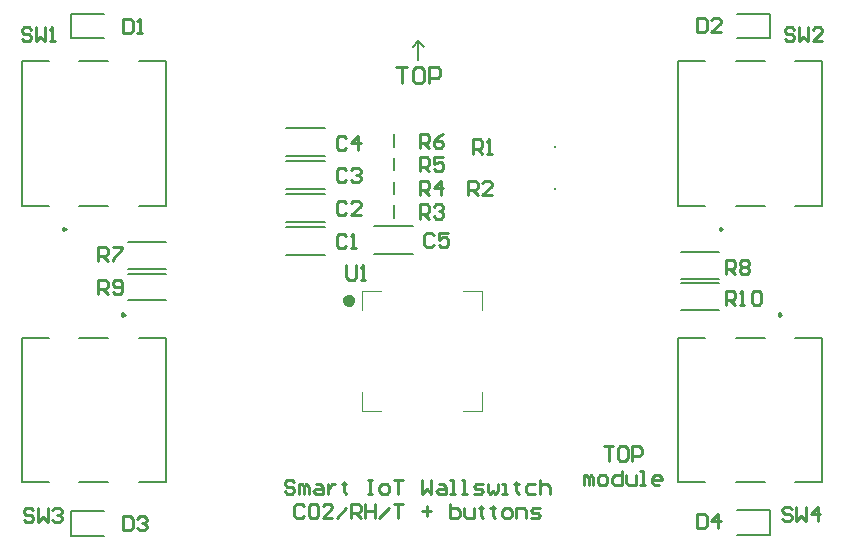
<source format=gto>
G04*
G04 #@! TF.GenerationSoftware,Altium Limited,Altium Designer,22.3.1 (43)*
G04*
G04 Layer_Color=65535*
%FSLAX25Y25*%
%MOIN*%
G70*
G04*
G04 #@! TF.SameCoordinates,0A308F34-88F0-47DF-8954-E72232A12325*
G04*
G04*
G04 #@! TF.FilePolarity,Positive*
G04*
G01*
G75*
%ADD10C,0.00984*%
%ADD11C,0.00787*%
%ADD12C,0.00787*%
%ADD13C,0.00394*%
%ADD14C,0.01000*%
G36*
X113583Y82874D02*
X113191D01*
X112468Y83174D01*
X111914Y83727D01*
X111614Y84451D01*
Y84842D01*
Y85234D01*
X111914Y85958D01*
X112468Y86511D01*
X113191Y86811D01*
X113583D01*
X113974D01*
X114698Y86511D01*
X115252Y85958D01*
X115551Y85234D01*
Y84842D01*
Y84451D01*
X115252Y83727D01*
X114698Y83174D01*
X113974Y82874D01*
X113583D01*
D01*
D02*
G37*
D10*
X257579Y80216D02*
X256841Y80643D01*
Y79790D01*
X257579Y80216D01*
X237894Y108760D02*
X237156Y109186D01*
Y108334D01*
X237894Y108760D01*
X38681Y80216D02*
X37943Y80643D01*
Y79790D01*
X38681Y80216D01*
X18996Y108760D02*
X18258Y109186D01*
Y108334D01*
X18996Y108760D01*
D11*
X181988Y122047D02*
D03*
Y136221D02*
D03*
D12*
X121838Y100480D02*
X134855D01*
X121838Y109756D02*
X134855D01*
X242913Y172244D02*
X253937D01*
Y180512D01*
X242913D02*
X253937D01*
X242913Y6890D02*
X253937D01*
Y15157D01*
X242913D02*
X253937D01*
X271260Y24409D02*
Y72441D01*
X223228Y24409D02*
X232283D01*
X242520D02*
X251969D01*
X262205D02*
X271260D01*
X223228D02*
Y72441D01*
X232283D01*
X242520D02*
X251969D01*
X262205D02*
X271260D01*
X20866Y14764D02*
X31890D01*
X20866Y6496D02*
Y14764D01*
Y6496D02*
X31890D01*
X20866Y180512D02*
X31890D01*
X20866Y172244D02*
Y180512D01*
Y172244D02*
X31890D01*
X223992Y90674D02*
X236638D01*
X223992Y81767D02*
X236638D01*
X223992Y100910D02*
X236638D01*
X223992Y92004D02*
X236638D01*
X39740Y95547D02*
X52386D01*
X39740Y104453D02*
X52386D01*
X39740Y84917D02*
X52386D01*
X39740Y93823D02*
X52386D01*
X136614Y164961D02*
Y171260D01*
X138583Y169291D01*
X134646D02*
X136614Y171260D01*
X128347Y136122D02*
Y140256D01*
Y128248D02*
Y132382D01*
Y120374D02*
Y124508D01*
Y112500D02*
Y116634D01*
X92311Y133157D02*
X105327D01*
X92311Y142434D02*
X105327D01*
X92311Y122134D02*
X105327D01*
X92311Y131410D02*
X105327D01*
X92311Y111110D02*
X105327D01*
X92311Y120386D02*
X105327D01*
X92314Y100086D02*
X105330D01*
X92314Y109363D02*
X105330D01*
X223228Y116535D02*
X232283D01*
X242520D02*
X251969D01*
X262205D02*
X271260D01*
Y164567D01*
X223228D02*
X232283D01*
X242520D02*
X251969D01*
X262205D02*
X271260D01*
X223228Y116535D02*
Y164567D01*
X43307Y72441D02*
X52362D01*
X23622D02*
X33071D01*
X4331D02*
X13386D01*
X4331Y24409D02*
Y72441D01*
X43307Y24409D02*
X52362D01*
X23622D02*
X33071D01*
X4331D02*
X13386D01*
X52362D02*
Y72441D01*
X4331Y116535D02*
X13386D01*
X23622D02*
X33071D01*
X43307D02*
X52362D01*
Y164567D01*
X4331D02*
X13386D01*
X23622D02*
X33071D01*
X43307D02*
X52362D01*
X4331Y116535D02*
Y164567D01*
D13*
X157874Y48031D02*
Y54331D01*
X151575Y48031D02*
X157874D01*
X117717D02*
X124016D01*
X117717D02*
Y54331D01*
Y81890D02*
Y88189D01*
X124016D01*
X157874Y81890D02*
Y88189D01*
X151575D02*
X157874D01*
D14*
X198427Y36231D02*
X201576D01*
X200002D01*
Y31508D01*
X205512Y36231D02*
X203937D01*
X203150Y35444D01*
Y32296D01*
X203937Y31508D01*
X205512D01*
X206299Y32296D01*
Y35444D01*
X205512Y36231D01*
X207873Y31508D02*
Y36231D01*
X210234D01*
X211022Y35444D01*
Y33870D01*
X210234Y33083D01*
X207873D01*
X191736Y23441D02*
Y26590D01*
X192524D01*
X193311Y25802D01*
Y23441D01*
Y25802D01*
X194098Y26590D01*
X194885Y25802D01*
Y23441D01*
X197247D02*
X198821D01*
X199608Y24228D01*
Y25802D01*
X198821Y26590D01*
X197247D01*
X196459Y25802D01*
Y24228D01*
X197247Y23441D01*
X204331Y28164D02*
Y23441D01*
X201969D01*
X201182Y24228D01*
Y25802D01*
X201969Y26590D01*
X204331D01*
X205905D02*
Y24228D01*
X206692Y23441D01*
X209054D01*
Y26590D01*
X210628Y23441D02*
X212202D01*
X211415D01*
Y28164D01*
X210628D01*
X216925Y23441D02*
X215351D01*
X214564Y24228D01*
Y25802D01*
X215351Y26590D01*
X216925D01*
X217712Y25802D01*
Y25015D01*
X214564D01*
X95289Y24420D02*
X94502Y25208D01*
X92927D01*
X92140Y24420D01*
Y23633D01*
X92927Y22846D01*
X94502D01*
X95289Y22059D01*
Y21272D01*
X94502Y20485D01*
X92927D01*
X92140Y21272D01*
X96863Y20485D02*
Y23633D01*
X97650D01*
X98437Y22846D01*
Y20485D01*
Y22846D01*
X99225Y23633D01*
X100012Y22846D01*
Y20485D01*
X102373Y23633D02*
X103947D01*
X104735Y22846D01*
Y20485D01*
X102373D01*
X101586Y21272D01*
X102373Y22059D01*
X104735D01*
X106309Y23633D02*
Y20485D01*
Y22059D01*
X107096Y22846D01*
X107883Y23633D01*
X108670D01*
X111819Y24420D02*
Y23633D01*
X111032D01*
X112606D01*
X111819D01*
Y21272D01*
X112606Y20485D01*
X119690Y25208D02*
X121265D01*
X120477D01*
Y20485D01*
X119690D01*
X121265D01*
X124413D02*
X125988D01*
X126775Y21272D01*
Y22846D01*
X125988Y23633D01*
X124413D01*
X123626Y22846D01*
Y21272D01*
X124413Y20485D01*
X128349Y25208D02*
X131498D01*
X129923D01*
Y20485D01*
X137795Y25208D02*
Y20485D01*
X139369Y22059D01*
X140943Y20485D01*
Y25208D01*
X143305Y23633D02*
X144879D01*
X145666Y22846D01*
Y20485D01*
X143305D01*
X142518Y21272D01*
X143305Y22059D01*
X145666D01*
X147240Y20485D02*
X148815D01*
X148028D01*
Y25208D01*
X147240D01*
X151176Y20485D02*
X152751D01*
X151963D01*
Y25208D01*
X151176D01*
X155112Y20485D02*
X157473D01*
X158261Y21272D01*
X157473Y22059D01*
X155899D01*
X155112Y22846D01*
X155899Y23633D01*
X158261D01*
X159835D02*
Y21272D01*
X160622Y20485D01*
X161409Y21272D01*
X162196Y20485D01*
X162984Y21272D01*
Y23633D01*
X164558Y20485D02*
X166132D01*
X165345D01*
Y23633D01*
X164558D01*
X169281Y24420D02*
Y23633D01*
X168493D01*
X170068D01*
X169281D01*
Y21272D01*
X170068Y20485D01*
X175578Y23633D02*
X173216D01*
X172429Y22846D01*
Y21272D01*
X173216Y20485D01*
X175578D01*
X177152Y25208D02*
Y20485D01*
Y22846D01*
X177939Y23633D01*
X179514D01*
X180301Y22846D01*
Y20485D01*
X98437Y16353D02*
X97650Y17140D01*
X96076D01*
X95289Y16353D01*
Y13205D01*
X96076Y12417D01*
X97650D01*
X98437Y13205D01*
X102373Y17140D02*
X100799D01*
X100012Y16353D01*
Y13205D01*
X100799Y12417D01*
X102373D01*
X103160Y13205D01*
Y16353D01*
X102373Y17140D01*
X107883Y12417D02*
X104735D01*
X107883Y15566D01*
Y16353D01*
X107096Y17140D01*
X105522D01*
X104735Y16353D01*
X109458Y12417D02*
X112606Y15566D01*
X114180Y12417D02*
Y17140D01*
X116542D01*
X117329Y16353D01*
Y14779D01*
X116542Y13992D01*
X114180D01*
X115755D02*
X117329Y12417D01*
X118903Y17140D02*
Y12417D01*
Y14779D01*
X122052D01*
Y17140D01*
Y12417D01*
X123626D02*
X126775Y15566D01*
X128349Y17140D02*
X131498D01*
X129923D01*
Y12417D01*
X137795Y14779D02*
X140943D01*
X139369Y16353D02*
Y13205D01*
X147240Y17140D02*
Y12417D01*
X149602D01*
X150389Y13205D01*
Y13992D01*
Y14779D01*
X149602Y15566D01*
X147240D01*
X151963D02*
Y13205D01*
X152751Y12417D01*
X155112D01*
Y15566D01*
X157473Y16353D02*
Y15566D01*
X156686D01*
X158261D01*
X157473D01*
Y13205D01*
X158261Y12417D01*
X161409Y16353D02*
Y15566D01*
X160622D01*
X162196D01*
X161409D01*
Y13205D01*
X162196Y12417D01*
X165345D02*
X166919D01*
X167706Y13205D01*
Y14779D01*
X166919Y15566D01*
X165345D01*
X164558Y14779D01*
Y13205D01*
X165345Y12417D01*
X169281D02*
Y15566D01*
X171642D01*
X172429Y14779D01*
Y12417D01*
X174004D02*
X176365D01*
X177152Y13205D01*
X176365Y13992D01*
X174791D01*
X174004Y14779D01*
X174791Y15566D01*
X177152D01*
X129268Y162809D02*
X132941D01*
X131104D01*
Y157299D01*
X137532Y162809D02*
X135696D01*
X134777Y161891D01*
Y158218D01*
X135696Y157299D01*
X137532D01*
X138451Y158218D01*
Y161891D01*
X137532Y162809D01*
X140287Y157299D02*
Y162809D01*
X143043D01*
X143961Y161891D01*
Y160054D01*
X143043Y159136D01*
X140287D01*
X141733Y106692D02*
X140945Y107480D01*
X139371D01*
X138584Y106692D01*
Y103544D01*
X139371Y102757D01*
X140945D01*
X141733Y103544D01*
X146455Y107480D02*
X143307D01*
Y105118D01*
X144881Y105905D01*
X145668D01*
X146455Y105118D01*
Y103544D01*
X145668Y102757D01*
X144094D01*
X143307Y103544D01*
X229529Y13779D02*
Y9056D01*
X231890D01*
X232677Y9843D01*
Y12992D01*
X231890Y13779D01*
X229529D01*
X236613Y9056D02*
Y13779D01*
X234252Y11417D01*
X237400D01*
X38190Y12991D02*
Y8269D01*
X40552D01*
X41339Y9056D01*
Y12204D01*
X40552Y12991D01*
X38190D01*
X42913Y12204D02*
X43700Y12991D01*
X45275D01*
X46062Y12204D01*
Y11417D01*
X45275Y10630D01*
X44487D01*
X45275D01*
X46062Y9843D01*
Y9056D01*
X45275Y8269D01*
X43700D01*
X42913Y9056D01*
X229529Y179133D02*
Y174410D01*
X231890D01*
X232677Y175197D01*
Y178346D01*
X231890Y179133D01*
X229529D01*
X237400Y174410D02*
X234252D01*
X237400Y177559D01*
Y178346D01*
X236613Y179133D01*
X235039D01*
X234252Y178346D01*
X38190Y178739D02*
Y174016D01*
X40551D01*
X41339Y174804D01*
Y177952D01*
X40551Y178739D01*
X38190D01*
X42913Y174016D02*
X44487D01*
X43700D01*
Y178739D01*
X42913Y177952D01*
X238978Y83465D02*
Y88188D01*
X241340D01*
X242127Y87401D01*
Y85827D01*
X241340Y85040D01*
X238978D01*
X240553D02*
X242127Y83465D01*
X243701D02*
X245275D01*
X244488D01*
Y88188D01*
X243701Y87401D01*
X247637D02*
X248424Y88188D01*
X249998D01*
X250785Y87401D01*
Y84253D01*
X249998Y83465D01*
X248424D01*
X247637Y84253D01*
Y87401D01*
X29923Y87009D02*
Y91732D01*
X32284D01*
X33071Y90944D01*
Y89370D01*
X32284Y88583D01*
X29923D01*
X31497D02*
X33071Y87009D01*
X34645Y87796D02*
X35433Y87009D01*
X37007D01*
X37794Y87796D01*
Y90944D01*
X37007Y91732D01*
X35433D01*
X34645Y90944D01*
Y90157D01*
X35433Y89370D01*
X37794D01*
X238978Y93701D02*
Y98424D01*
X241339D01*
X242126Y97637D01*
Y96063D01*
X241339Y95276D01*
X238978D01*
X240552D02*
X242126Y93701D01*
X243701Y97637D02*
X244488Y98424D01*
X246062D01*
X246849Y97637D01*
Y96850D01*
X246062Y96063D01*
X246849Y95276D01*
Y94489D01*
X246062Y93701D01*
X244488D01*
X243701Y94489D01*
Y95276D01*
X244488Y96063D01*
X243701Y96850D01*
Y97637D01*
X244488Y96063D02*
X246062D01*
X29923Y98032D02*
Y102755D01*
X32284D01*
X33071Y101968D01*
Y100394D01*
X32284Y99607D01*
X29923D01*
X31497D02*
X33071Y98032D01*
X34645Y102755D02*
X37794D01*
Y101968D01*
X34645Y98819D01*
Y98032D01*
X261025Y15354D02*
X260238Y16141D01*
X258663D01*
X257876Y15354D01*
Y14567D01*
X258663Y13780D01*
X260238D01*
X261025Y12992D01*
Y12205D01*
X260238Y11418D01*
X258663D01*
X257876Y12205D01*
X262599Y16141D02*
Y11418D01*
X264173Y12992D01*
X265747Y11418D01*
Y16141D01*
X269683Y11418D02*
Y16141D01*
X267322Y13780D01*
X270470D01*
X8269Y14960D02*
X7482Y15747D01*
X5907D01*
X5120Y14960D01*
Y14173D01*
X5907Y13386D01*
X7482D01*
X8269Y12599D01*
Y11812D01*
X7482Y11024D01*
X5907D01*
X5120Y11812D01*
X9843Y15747D02*
Y11024D01*
X11417Y12599D01*
X12992Y11024D01*
Y15747D01*
X14566Y14960D02*
X15353Y15747D01*
X16927D01*
X17715Y14960D01*
Y14173D01*
X16927Y13386D01*
X16140D01*
X16927D01*
X17715Y12599D01*
Y11812D01*
X16927Y11024D01*
X15353D01*
X14566Y11812D01*
X261812Y175196D02*
X261025Y175984D01*
X259451D01*
X258664Y175196D01*
Y174409D01*
X259451Y173622D01*
X261025D01*
X261812Y172835D01*
Y172048D01*
X261025Y171261D01*
X259451D01*
X258664Y172048D01*
X263386Y175984D02*
Y171261D01*
X264961Y172835D01*
X266535Y171261D01*
Y175984D01*
X271258Y171261D02*
X268109D01*
X271258Y174409D01*
Y175196D01*
X270471Y175984D01*
X268896D01*
X268109Y175196D01*
X7481D02*
X6694Y175984D01*
X5120D01*
X4332Y175196D01*
Y174409D01*
X5120Y173622D01*
X6694D01*
X7481Y172835D01*
Y172048D01*
X6694Y171261D01*
X5120D01*
X4332Y172048D01*
X9055Y175984D02*
Y171261D01*
X10630Y172835D01*
X12204Y171261D01*
Y175984D01*
X13778Y171261D02*
X15352D01*
X14565D01*
Y175984D01*
X13778Y175196D01*
X137009Y135828D02*
Y140550D01*
X139371D01*
X140158Y139763D01*
Y138189D01*
X139371Y137402D01*
X137009D01*
X138583D02*
X140158Y135828D01*
X144881Y140550D02*
X143306Y139763D01*
X141732Y138189D01*
Y136615D01*
X142519Y135828D01*
X144094D01*
X144881Y136615D01*
Y137402D01*
X144094Y138189D01*
X141732D01*
X137009Y127954D02*
Y132676D01*
X139371D01*
X140158Y131889D01*
Y130315D01*
X139371Y129528D01*
X137009D01*
X138583D02*
X140158Y127954D01*
X144881Y132676D02*
X141732D01*
Y130315D01*
X143306Y131102D01*
X144094D01*
X144881Y130315D01*
Y128741D01*
X144094Y127954D01*
X142519D01*
X141732Y128741D01*
X137009Y120080D02*
Y124802D01*
X139371D01*
X140158Y124015D01*
Y122441D01*
X139371Y121654D01*
X137009D01*
X138583D02*
X140158Y120080D01*
X144094D02*
Y124802D01*
X141732Y122441D01*
X144881D01*
X137009Y112206D02*
Y116928D01*
X139371D01*
X140158Y116141D01*
Y114567D01*
X139371Y113780D01*
X137009D01*
X138583D02*
X140158Y112206D01*
X141732Y116141D02*
X142519Y116928D01*
X144094D01*
X144881Y116141D01*
Y115354D01*
X144094Y114567D01*
X143306D01*
X144094D01*
X144881Y113780D01*
Y112993D01*
X144094Y112206D01*
X142519D01*
X141732Y112993D01*
X112599Y138976D02*
X111811Y139763D01*
X110237D01*
X109450Y138976D01*
Y135827D01*
X110237Y135040D01*
X111811D01*
X112599Y135827D01*
X116534Y135040D02*
Y139763D01*
X114173Y137402D01*
X117322D01*
X112599Y128346D02*
X111811Y129133D01*
X110237D01*
X109450Y128346D01*
Y125197D01*
X110237Y124410D01*
X111811D01*
X112599Y125197D01*
X114173Y128346D02*
X114960Y129133D01*
X116534D01*
X117322Y128346D01*
Y127559D01*
X116534Y126772D01*
X115747D01*
X116534D01*
X117322Y125985D01*
Y125197D01*
X116534Y124410D01*
X114960D01*
X114173Y125197D01*
X112599Y117322D02*
X111811Y118110D01*
X110237D01*
X109450Y117322D01*
Y114174D01*
X110237Y113387D01*
X111811D01*
X112599Y114174D01*
X117322Y113387D02*
X114173D01*
X117322Y116535D01*
Y117322D01*
X116534Y118110D01*
X114960D01*
X114173Y117322D01*
X112601Y106299D02*
X111814Y107086D01*
X110240D01*
X109453Y106299D01*
Y103150D01*
X110240Y102363D01*
X111814D01*
X112601Y103150D01*
X114176Y102363D02*
X115750D01*
X114963D01*
Y107086D01*
X114176Y106299D01*
X112613Y96571D02*
Y92635D01*
X113400Y91848D01*
X114974D01*
X115761Y92635D01*
Y96571D01*
X117335Y91848D02*
X118910D01*
X118123D01*
Y96571D01*
X117335Y95784D01*
X153151Y120080D02*
Y124802D01*
X155512D01*
X156299Y124015D01*
Y122441D01*
X155512Y121654D01*
X153151D01*
X154725D02*
X156299Y120080D01*
X161022D02*
X157874D01*
X161022Y123228D01*
Y124015D01*
X160235Y124802D01*
X158661D01*
X157874Y124015D01*
X154725Y133859D02*
Y138582D01*
X157087D01*
X157874Y137795D01*
Y136221D01*
X157087Y135433D01*
X154725D01*
X156300D02*
X157874Y133859D01*
X159448D02*
X161023D01*
X160236D01*
Y138582D01*
X159448Y137795D01*
M02*

</source>
